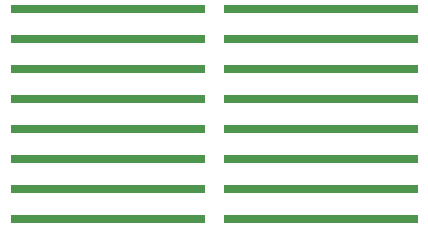
<source format=gbp>
G04*
G04 #@! TF.GenerationSoftware,Altium Limited,Altium Designer,19.0.14 (431)*
G04*
G04 Layer_Color=128*
%FSLAX25Y25*%
%MOIN*%
G70*
G01*
G75*
%ADD15R,0.64961X0.02756*%
D15*
X113000Y82500D02*
D03*
Y72500D02*
D03*
Y62500D02*
D03*
Y52500D02*
D03*
Y42500D02*
D03*
Y32500D02*
D03*
Y22500D02*
D03*
Y12500D02*
D03*
X42000D02*
D03*
Y22500D02*
D03*
Y32500D02*
D03*
Y42500D02*
D03*
Y52500D02*
D03*
Y62500D02*
D03*
Y72500D02*
D03*
Y82500D02*
D03*
M02*

</source>
